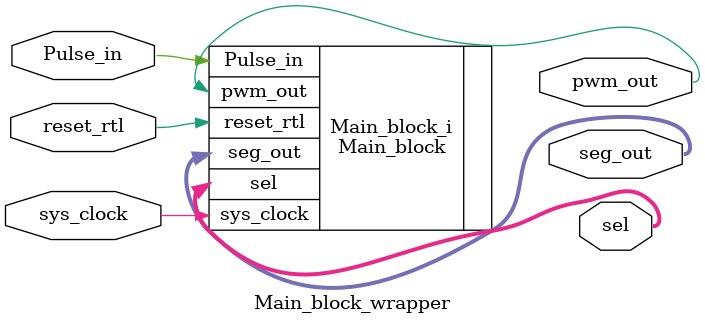
<source format=v>
`timescale 1 ps / 1 ps

module Main_block_wrapper
   (Pulse_in,
    pwm_out,
    reset_rtl,
    seg_out,
    sel,
    sys_clock);
  input Pulse_in;
  output pwm_out;
  input reset_rtl;
  output [6:0]seg_out;
  output [3:0]sel;
  input sys_clock;

  wire Pulse_in;
  wire pwm_out;
  wire reset_rtl;
  wire [6:0]seg_out;
  wire [3:0]sel;
  wire sys_clock;

  Main_block Main_block_i
       (.Pulse_in(Pulse_in),
        .pwm_out(pwm_out),
        .reset_rtl(reset_rtl),
        .seg_out(seg_out),
        .sel(sel),
        .sys_clock(sys_clock));
endmodule

</source>
